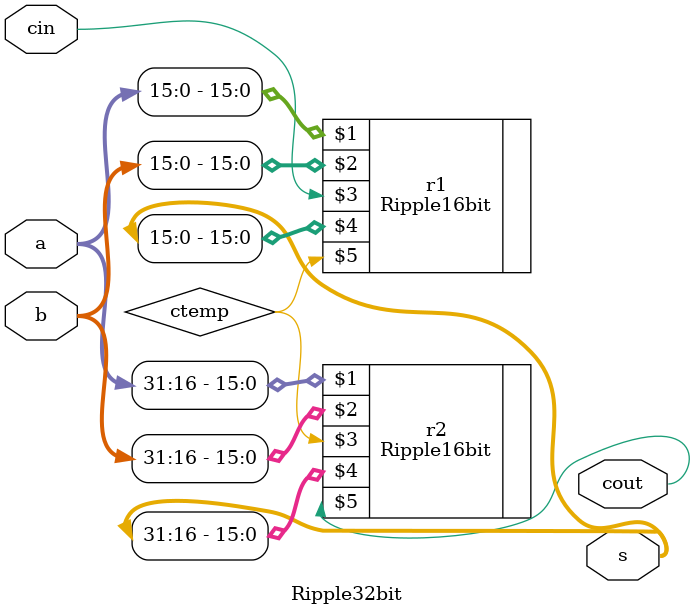
<source format=v>
`timescale 1ns / 1ps
module Ripple32bit(
    input [31:0] a,
    input [31:0] b,
    input cin,
    output [31:0] s,
    output cout
    );
			 wire ctemp;
	 //cascaded 2 16-bit RCAs using ctemp wire
    Ripple16bit r1(a[15:0], b[15:0], cin, s[15:0], ctemp);
    Ripple16bit r2(a[31:16], b[31:16], ctemp, s[31:16], cout);

endmodule

</source>
